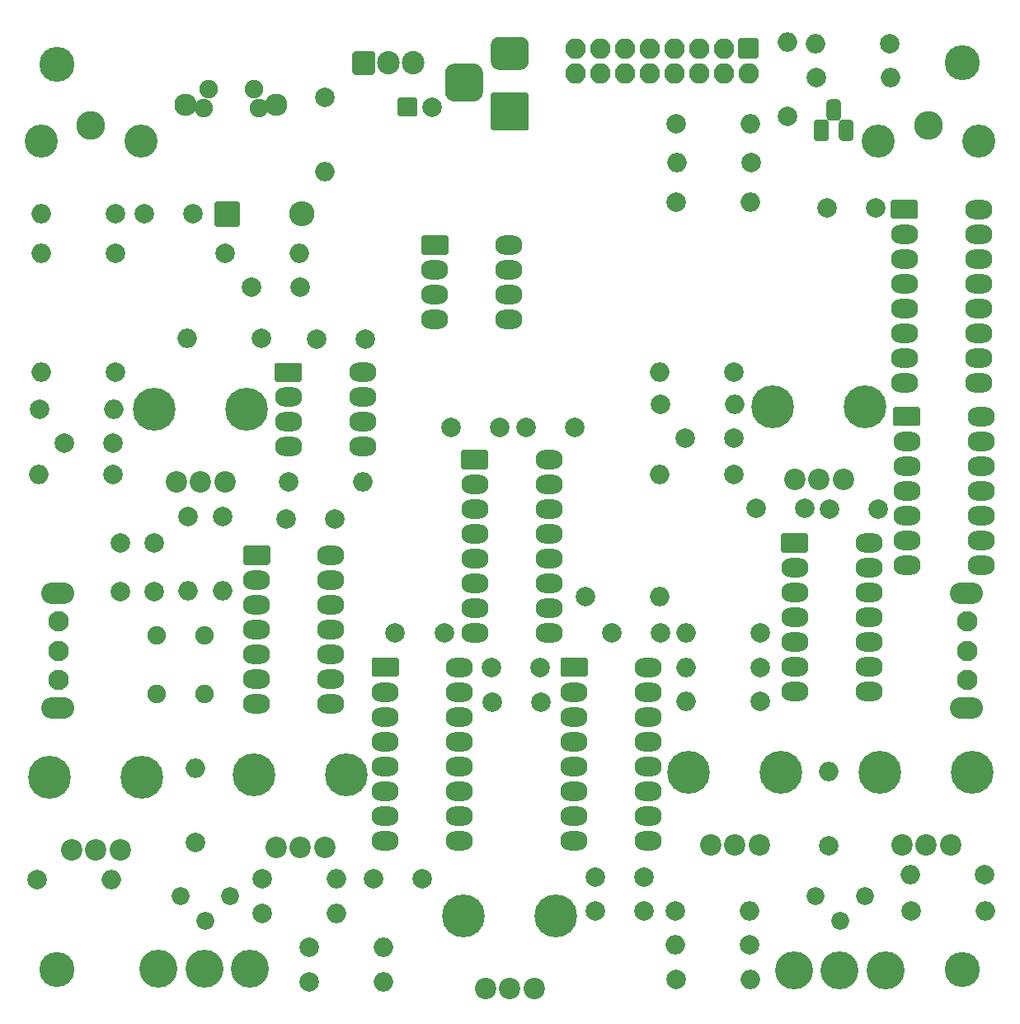
<source format=gbr>
G04 #@! TF.GenerationSoftware,KiCad,Pcbnew,5.1.10*
G04 #@! TF.CreationDate,2021-10-22T11:34:36+13:00*
G04 #@! TF.ProjectId,two_point_one_colorizer,74776f5f-706f-4696-9e74-5f6f6e655f63,rev?*
G04 #@! TF.SameCoordinates,Original*
G04 #@! TF.FileFunction,Soldermask,Bot*
G04 #@! TF.FilePolarity,Negative*
%FSLAX46Y46*%
G04 Gerber Fmt 4.6, Leading zero omitted, Abs format (unit mm)*
G04 Created by KiCad (PCBNEW 5.1.10) date 2021-10-22 11:34:36*
%MOMM*%
%LPD*%
G01*
G04 APERTURE LIST*
%ADD10C,3.600000*%
%ADD11C,2.000000*%
%ADD12O,2.600000X2.600000*%
%ADD13C,3.400000*%
%ADD14C,2.950000*%
%ADD15C,2.300000*%
%ADD16C,1.900000*%
%ADD17O,2.100000X2.100000*%
%ADD18O,2.000000X2.000000*%
%ADD19C,2.200000*%
%ADD20C,4.400000*%
%ADD21C,1.840000*%
%ADD22O,3.400000X2.200000*%
%ADD23C,2.100000*%
%ADD24C,3.900000*%
%ADD25O,2.800000X2.000000*%
%ADD26O,2.305000X2.400000*%
G04 APERTURE END LIST*
D10*
X201500000Y-38500000D03*
X201500000Y-131500000D03*
X108500000Y-131500000D03*
X108500000Y-38608000D03*
D11*
X115000000Y-87750000D03*
X115000000Y-92750000D03*
X122500000Y-54000000D03*
X117500000Y-54000000D03*
X118500000Y-92750000D03*
X118500000Y-87750000D03*
G36*
G01*
X143500000Y-43800000D02*
X143500000Y-42200000D01*
G75*
G02*
X143700000Y-42000000I200000J0D01*
G01*
X145300000Y-42000000D01*
G75*
G02*
X145500000Y-42200000I0J-200000D01*
G01*
X145500000Y-43800000D01*
G75*
G02*
X145300000Y-44000000I-200000J0D01*
G01*
X143700000Y-44000000D01*
G75*
G02*
X143500000Y-43800000I0J200000D01*
G01*
G37*
X147000000Y-43000000D03*
X192850000Y-84250000D03*
X187850000Y-84250000D03*
X153200000Y-104050000D03*
X158200000Y-104050000D03*
X180300000Y-84200000D03*
X185300000Y-84200000D03*
X161650000Y-75900000D03*
X156650000Y-75900000D03*
X132050000Y-85300000D03*
X137050000Y-85300000D03*
X158150000Y-100500000D03*
X153150000Y-100500000D03*
X140200000Y-66850000D03*
X135200000Y-66850000D03*
X192600000Y-53400000D03*
X187600000Y-53400000D03*
X133500000Y-61500000D03*
X128500000Y-61500000D03*
X154000000Y-75850000D03*
X149000000Y-75850000D03*
X163750000Y-125500000D03*
X168750000Y-125500000D03*
X178000000Y-77000000D03*
X173000000Y-77000000D03*
X114250000Y-77500000D03*
X109250000Y-77500000D03*
X165500000Y-97000000D03*
X170500000Y-97000000D03*
X143250000Y-97000000D03*
X148250000Y-97000000D03*
X163750000Y-122000000D03*
X168750000Y-122000000D03*
X146000000Y-122200000D03*
X141000000Y-122200000D03*
G36*
G01*
X124700000Y-55100000D02*
X124700000Y-52900000D01*
G75*
G02*
X124900000Y-52700000I200000J0D01*
G01*
X127100000Y-52700000D01*
G75*
G02*
X127300000Y-52900000I0J-200000D01*
G01*
X127300000Y-55100000D01*
G75*
G02*
X127100000Y-55300000I-200000J0D01*
G01*
X124900000Y-55300000D01*
G75*
G02*
X124700000Y-55100000I0J200000D01*
G01*
G37*
D12*
X133620000Y-54000000D03*
G36*
G01*
X153250000Y-41550000D02*
X156750000Y-41550000D01*
G75*
G02*
X156950000Y-41750000I0J-200000D01*
G01*
X156950000Y-45250000D01*
G75*
G02*
X156750000Y-45450000I-200000J0D01*
G01*
X153250000Y-45450000D01*
G75*
G02*
X153050000Y-45250000I0J200000D01*
G01*
X153050000Y-41750000D01*
G75*
G02*
X153250000Y-41550000I200000J0D01*
G01*
G37*
G36*
G01*
X153900000Y-35800000D02*
X156100000Y-35800000D01*
G75*
G02*
X156950000Y-36650000I0J-850000D01*
G01*
X156950000Y-38350000D01*
G75*
G02*
X156100000Y-39200000I-850000J0D01*
G01*
X153900000Y-39200000D01*
G75*
G02*
X153050000Y-38350000I0J850000D01*
G01*
X153050000Y-36650000D01*
G75*
G02*
X153900000Y-35800000I850000J0D01*
G01*
G37*
G36*
G01*
X149325000Y-38550000D02*
X151275000Y-38550000D01*
G75*
G02*
X152250000Y-39525000I0J-975000D01*
G01*
X152250000Y-41475000D01*
G75*
G02*
X151275000Y-42450000I-975000J0D01*
G01*
X149325000Y-42450000D01*
G75*
G02*
X148350000Y-41475000I0J975000D01*
G01*
X148350000Y-39525000D01*
G75*
G02*
X149325000Y-38550000I975000J0D01*
G01*
G37*
D13*
X106850000Y-46500000D03*
X117150000Y-46500000D03*
D14*
X112000000Y-44900000D03*
D15*
X121700000Y-42750000D03*
X131050000Y-42750000D03*
D16*
X124050000Y-41200000D03*
X128700000Y-41200000D03*
X123550000Y-43150000D03*
X129200000Y-43150000D03*
G36*
G01*
X178650000Y-35950000D02*
X180350000Y-35950000D01*
G75*
G02*
X180550000Y-36150000I0J-200000D01*
G01*
X180550000Y-37850000D01*
G75*
G02*
X180350000Y-38050000I-200000J0D01*
G01*
X178650000Y-38050000D01*
G75*
G02*
X178450000Y-37850000I0J200000D01*
G01*
X178450000Y-36150000D01*
G75*
G02*
X178650000Y-35950000I200000J0D01*
G01*
G37*
D17*
X179500000Y-39540000D03*
X176960000Y-37000000D03*
X176960000Y-39540000D03*
X174420000Y-37000000D03*
X174420000Y-39540000D03*
X171880000Y-37000000D03*
X171880000Y-39540000D03*
X169340000Y-37000000D03*
X169340000Y-39540000D03*
X166800000Y-37000000D03*
X166800000Y-39540000D03*
X164260000Y-37000000D03*
X164260000Y-39540000D03*
X161720000Y-37000000D03*
X161720000Y-39540000D03*
D14*
X198000000Y-44900000D03*
D13*
X203150000Y-46500000D03*
X192850000Y-46500000D03*
G36*
G01*
X187520000Y-44055000D02*
X187520000Y-42605000D01*
G75*
G02*
X187895000Y-42230000I375000J0D01*
G01*
X188645000Y-42230000D01*
G75*
G02*
X189020000Y-42605000I0J-375000D01*
G01*
X189020000Y-44055000D01*
G75*
G02*
X188645000Y-44430000I-375000J0D01*
G01*
X187895000Y-44430000D01*
G75*
G02*
X187520000Y-44055000I0J375000D01*
G01*
G37*
G36*
G01*
X188790000Y-46125000D02*
X188790000Y-44675000D01*
G75*
G02*
X189165000Y-44300000I375000J0D01*
G01*
X189915000Y-44300000D01*
G75*
G02*
X190290000Y-44675000I0J-375000D01*
G01*
X190290000Y-46125000D01*
G75*
G02*
X189915000Y-46500000I-375000J0D01*
G01*
X189165000Y-46500000D01*
G75*
G02*
X188790000Y-46125000I0J375000D01*
G01*
G37*
G36*
G01*
X186250000Y-46300000D02*
X186250000Y-44500000D01*
G75*
G02*
X186450000Y-44300000I200000J0D01*
G01*
X187550000Y-44300000D01*
G75*
G02*
X187750000Y-44500000I0J-200000D01*
G01*
X187750000Y-46300000D01*
G75*
G02*
X187550000Y-46500000I-200000J0D01*
G01*
X186450000Y-46500000D01*
G75*
G02*
X186250000Y-46300000I0J200000D01*
G01*
G37*
D11*
X114500000Y-54000000D03*
D18*
X106880000Y-54000000D03*
X125500000Y-92620000D03*
D11*
X125500000Y-85000000D03*
X122000000Y-85000000D03*
D18*
X122000000Y-92620000D03*
X106880000Y-58000000D03*
D11*
X114500000Y-58000000D03*
X136000000Y-42000000D03*
D18*
X136000000Y-49620000D03*
X183500000Y-36380000D03*
D11*
X183500000Y-44000000D03*
X186500000Y-40000000D03*
D18*
X194120000Y-40000000D03*
X186380000Y-36500000D03*
D11*
X194000000Y-36500000D03*
X125750000Y-58000000D03*
D18*
X133370000Y-58000000D03*
X179670000Y-44700000D03*
D11*
X172050000Y-44700000D03*
X179750000Y-48750000D03*
D18*
X172130000Y-48750000D03*
X179720000Y-52800000D03*
D11*
X172100000Y-52800000D03*
D18*
X179670000Y-132550000D03*
D11*
X172050000Y-132550000D03*
X172000000Y-125500000D03*
D18*
X179620000Y-125500000D03*
D11*
X162750000Y-93250000D03*
D18*
X170370000Y-93250000D03*
D11*
X179650000Y-128950000D03*
D18*
X172030000Y-128950000D03*
D11*
X178000000Y-70250000D03*
D18*
X170380000Y-70250000D03*
X106880000Y-70250000D03*
D11*
X114500000Y-70250000D03*
D18*
X178120000Y-73500000D03*
D11*
X170500000Y-73500000D03*
D18*
X114370000Y-74000000D03*
D11*
X106750000Y-74000000D03*
X178000000Y-80750000D03*
D18*
X170380000Y-80750000D03*
D11*
X114250000Y-80750000D03*
D18*
X106630000Y-80750000D03*
X139870000Y-81500000D03*
D11*
X132250000Y-81500000D03*
D18*
X121880000Y-66750000D03*
D11*
X129500000Y-66750000D03*
D18*
X187750000Y-111180000D03*
D11*
X187750000Y-118800000D03*
X122700000Y-118450000D03*
D18*
X122700000Y-110830000D03*
D11*
X180750000Y-104000000D03*
D18*
X173130000Y-104000000D03*
X114120000Y-122250000D03*
D11*
X106500000Y-122250000D03*
D18*
X196130000Y-121750000D03*
D11*
X203750000Y-121750000D03*
X129600000Y-122200000D03*
D18*
X137220000Y-122200000D03*
X173130000Y-100500000D03*
D11*
X180750000Y-100500000D03*
X129600000Y-125750000D03*
D18*
X137220000Y-125750000D03*
D11*
X196250000Y-125500000D03*
D18*
X203870000Y-125500000D03*
X173130000Y-97000000D03*
D11*
X180750000Y-97000000D03*
D18*
X142020000Y-132750000D03*
D11*
X134400000Y-132750000D03*
X134400000Y-129250000D03*
D18*
X142020000Y-129250000D03*
D19*
X152500000Y-133500000D03*
X155000000Y-133500000D03*
X157500000Y-133500000D03*
D20*
X150250000Y-126000000D03*
X159750000Y-126000000D03*
D19*
X184250000Y-81250000D03*
X186750000Y-81250000D03*
X189250000Y-81250000D03*
D20*
X182000000Y-73750000D03*
X191500000Y-73750000D03*
X128000000Y-74000000D03*
X118500000Y-74000000D03*
D19*
X125750000Y-81500000D03*
X123250000Y-81500000D03*
X120750000Y-81500000D03*
X175600000Y-118750000D03*
X178100000Y-118750000D03*
X180600000Y-118750000D03*
D20*
X173350000Y-111250000D03*
X182850000Y-111250000D03*
X117250000Y-111750000D03*
X107750000Y-111750000D03*
D19*
X115000000Y-119250000D03*
X112500000Y-119250000D03*
X110000000Y-119250000D03*
D20*
X202500000Y-111250000D03*
X193000000Y-111250000D03*
D19*
X200250000Y-118750000D03*
X197750000Y-118750000D03*
X195250000Y-118750000D03*
X131000000Y-119000000D03*
X133500000Y-119000000D03*
X136000000Y-119000000D03*
D20*
X128750000Y-111500000D03*
X138250000Y-111500000D03*
D21*
X191480000Y-124000000D03*
X188940000Y-126540000D03*
X186400000Y-124000000D03*
X121200000Y-124000000D03*
X123740000Y-126540000D03*
X126280000Y-124000000D03*
D22*
X108600000Y-92900000D03*
X108600000Y-104700000D03*
D23*
X108650000Y-101800000D03*
X108650000Y-98800000D03*
X108650000Y-95800000D03*
X201950000Y-95800000D03*
X201950000Y-98800000D03*
X201950000Y-101800000D03*
D22*
X201900000Y-104700000D03*
X201900000Y-92900000D03*
D24*
X193550000Y-131600000D03*
X188850000Y-131600000D03*
X184150000Y-131600000D03*
X118950000Y-131400000D03*
X123650000Y-131400000D03*
X128350000Y-131400000D03*
G36*
G01*
X127600000Y-89800000D02*
X127600000Y-88200000D01*
G75*
G02*
X127800000Y-88000000I200000J0D01*
G01*
X130200000Y-88000000D01*
G75*
G02*
X130400000Y-88200000I0J-200000D01*
G01*
X130400000Y-89800000D01*
G75*
G02*
X130200000Y-90000000I-200000J0D01*
G01*
X127800000Y-90000000D01*
G75*
G02*
X127600000Y-89800000I0J200000D01*
G01*
G37*
D25*
X136620000Y-104240000D03*
X129000000Y-91540000D03*
X136620000Y-101700000D03*
X129000000Y-94080000D03*
X136620000Y-99160000D03*
X129000000Y-96620000D03*
X136620000Y-96620000D03*
X129000000Y-99160000D03*
X136620000Y-94080000D03*
X129000000Y-101700000D03*
X136620000Y-91540000D03*
X129000000Y-104240000D03*
X136620000Y-89000000D03*
G36*
G01*
X138847500Y-39500000D02*
X138847500Y-37500000D01*
G75*
G02*
X139047500Y-37300000I200000J0D01*
G01*
X140952500Y-37300000D01*
G75*
G02*
X141152500Y-37500000I0J-200000D01*
G01*
X141152500Y-39500000D01*
G75*
G02*
X140952500Y-39700000I-200000J0D01*
G01*
X139047500Y-39700000D01*
G75*
G02*
X138847500Y-39500000I0J200000D01*
G01*
G37*
D26*
X142540000Y-38500000D03*
X145080000Y-38500000D03*
D25*
X203120000Y-53500000D03*
X195500000Y-71280000D03*
X203120000Y-56040000D03*
X195500000Y-68740000D03*
X203120000Y-58580000D03*
X195500000Y-66200000D03*
X203120000Y-61120000D03*
X195500000Y-63660000D03*
X203120000Y-63660000D03*
X195500000Y-61120000D03*
X203120000Y-66200000D03*
X195500000Y-58580000D03*
X203120000Y-68740000D03*
X195500000Y-56040000D03*
X203120000Y-71280000D03*
G36*
G01*
X194100000Y-54300000D02*
X194100000Y-52700000D01*
G75*
G02*
X194300000Y-52500000I200000J0D01*
G01*
X196700000Y-52500000D01*
G75*
G02*
X196900000Y-52700000I0J-200000D01*
G01*
X196900000Y-54300000D01*
G75*
G02*
X196700000Y-54500000I-200000J0D01*
G01*
X194300000Y-54500000D01*
G75*
G02*
X194100000Y-54300000I0J200000D01*
G01*
G37*
G36*
G01*
X194350000Y-75550000D02*
X194350000Y-73950000D01*
G75*
G02*
X194550000Y-73750000I200000J0D01*
G01*
X196950000Y-73750000D01*
G75*
G02*
X197150000Y-73950000I0J-200000D01*
G01*
X197150000Y-75550000D01*
G75*
G02*
X196950000Y-75750000I-200000J0D01*
G01*
X194550000Y-75750000D01*
G75*
G02*
X194350000Y-75550000I0J200000D01*
G01*
G37*
X203370000Y-89990000D03*
X195750000Y-77290000D03*
X203370000Y-87450000D03*
X195750000Y-79830000D03*
X203370000Y-84910000D03*
X195750000Y-82370000D03*
X203370000Y-82370000D03*
X195750000Y-84910000D03*
X203370000Y-79830000D03*
X195750000Y-87450000D03*
X203370000Y-77290000D03*
X195750000Y-89990000D03*
X203370000Y-74750000D03*
X159020000Y-79200000D03*
X151400000Y-96980000D03*
X159020000Y-81740000D03*
X151400000Y-94440000D03*
X159020000Y-84280000D03*
X151400000Y-91900000D03*
X159020000Y-86820000D03*
X151400000Y-89360000D03*
X159020000Y-89360000D03*
X151400000Y-86820000D03*
X159020000Y-91900000D03*
X151400000Y-84280000D03*
X159020000Y-94440000D03*
X151400000Y-81740000D03*
X159020000Y-96980000D03*
G36*
G01*
X150000000Y-80000000D02*
X150000000Y-78400000D01*
G75*
G02*
X150200000Y-78200000I200000J0D01*
G01*
X152600000Y-78200000D01*
G75*
G02*
X152800000Y-78400000I0J-200000D01*
G01*
X152800000Y-80000000D01*
G75*
G02*
X152600000Y-80200000I-200000J0D01*
G01*
X150200000Y-80200000D01*
G75*
G02*
X150000000Y-80000000I0J200000D01*
G01*
G37*
X154920000Y-57200000D03*
X147300000Y-64820000D03*
X154920000Y-59740000D03*
X147300000Y-62280000D03*
X154920000Y-62280000D03*
X147300000Y-59740000D03*
X154920000Y-64820000D03*
G36*
G01*
X145900000Y-58000000D02*
X145900000Y-56400000D01*
G75*
G02*
X146100000Y-56200000I200000J0D01*
G01*
X148500000Y-56200000D01*
G75*
G02*
X148700000Y-56400000I0J-200000D01*
G01*
X148700000Y-58000000D01*
G75*
G02*
X148500000Y-58200000I-200000J0D01*
G01*
X146100000Y-58200000D01*
G75*
G02*
X145900000Y-58000000I0J200000D01*
G01*
G37*
X191870000Y-87750000D03*
X184250000Y-102990000D03*
X191870000Y-90290000D03*
X184250000Y-100450000D03*
X191870000Y-92830000D03*
X184250000Y-97910000D03*
X191870000Y-95370000D03*
X184250000Y-95370000D03*
X191870000Y-97910000D03*
X184250000Y-92830000D03*
X191870000Y-100450000D03*
X184250000Y-90290000D03*
X191870000Y-102990000D03*
G36*
G01*
X182850000Y-88550000D02*
X182850000Y-86950000D01*
G75*
G02*
X183050000Y-86750000I200000J0D01*
G01*
X185450000Y-86750000D01*
G75*
G02*
X185650000Y-86950000I0J-200000D01*
G01*
X185650000Y-88550000D01*
G75*
G02*
X185450000Y-88750000I-200000J0D01*
G01*
X183050000Y-88750000D01*
G75*
G02*
X182850000Y-88550000I0J200000D01*
G01*
G37*
G36*
G01*
X130850000Y-71050000D02*
X130850000Y-69450000D01*
G75*
G02*
X131050000Y-69250000I200000J0D01*
G01*
X133450000Y-69250000D01*
G75*
G02*
X133650000Y-69450000I0J-200000D01*
G01*
X133650000Y-71050000D01*
G75*
G02*
X133450000Y-71250000I-200000J0D01*
G01*
X131050000Y-71250000D01*
G75*
G02*
X130850000Y-71050000I0J200000D01*
G01*
G37*
X139870000Y-77870000D03*
X132250000Y-72790000D03*
X139870000Y-75330000D03*
X132250000Y-75330000D03*
X139870000Y-72790000D03*
X132250000Y-77870000D03*
X139870000Y-70250000D03*
G36*
G01*
X140800000Y-101300000D02*
X140800000Y-99700000D01*
G75*
G02*
X141000000Y-99500000I200000J0D01*
G01*
X143400000Y-99500000D01*
G75*
G02*
X143600000Y-99700000I0J-200000D01*
G01*
X143600000Y-101300000D01*
G75*
G02*
X143400000Y-101500000I-200000J0D01*
G01*
X141000000Y-101500000D01*
G75*
G02*
X140800000Y-101300000I0J200000D01*
G01*
G37*
X149820000Y-118280000D03*
X142200000Y-103040000D03*
X149820000Y-115740000D03*
X142200000Y-105580000D03*
X149820000Y-113200000D03*
X142200000Y-108120000D03*
X149820000Y-110660000D03*
X142200000Y-110660000D03*
X149820000Y-108120000D03*
X142200000Y-113200000D03*
X149820000Y-105580000D03*
X142200000Y-115740000D03*
X149820000Y-103040000D03*
X142200000Y-118280000D03*
X149820000Y-100500000D03*
G36*
G01*
X160200000Y-101300000D02*
X160200000Y-99700000D01*
G75*
G02*
X160400000Y-99500000I200000J0D01*
G01*
X162800000Y-99500000D01*
G75*
G02*
X163000000Y-99700000I0J-200000D01*
G01*
X163000000Y-101300000D01*
G75*
G02*
X162800000Y-101500000I-200000J0D01*
G01*
X160400000Y-101500000D01*
G75*
G02*
X160200000Y-101300000I0J200000D01*
G01*
G37*
X169220000Y-118280000D03*
X161600000Y-103040000D03*
X169220000Y-115740000D03*
X161600000Y-105580000D03*
X169220000Y-113200000D03*
X161600000Y-108120000D03*
X169220000Y-110660000D03*
X161600000Y-110660000D03*
X169220000Y-108120000D03*
X161600000Y-113200000D03*
X169220000Y-105580000D03*
X161600000Y-115740000D03*
X169220000Y-103040000D03*
X161600000Y-118280000D03*
X169220000Y-100500000D03*
D16*
X123630000Y-97250000D03*
X118750000Y-97250000D03*
X118750000Y-103250000D03*
X123630000Y-103250000D03*
M02*

</source>
